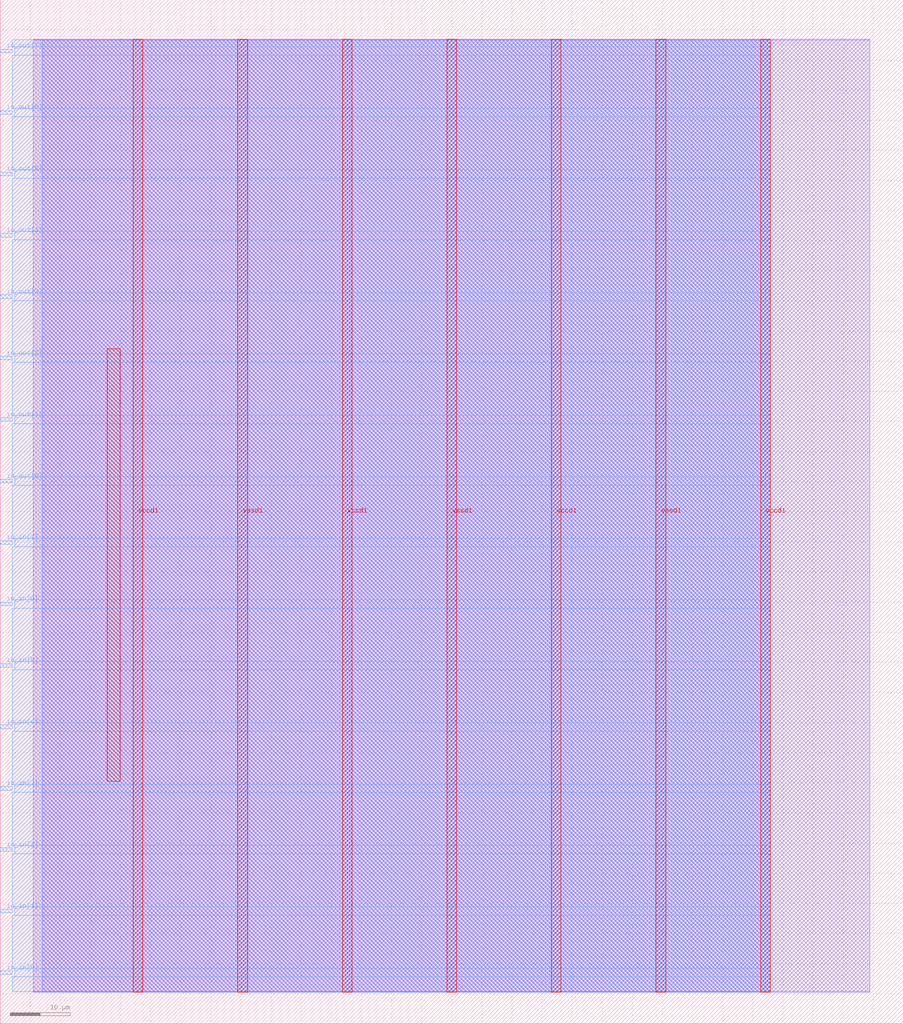
<source format=lef>
VERSION 5.7 ;
  NOWIREEXTENSIONATPIN ON ;
  DIVIDERCHAR "/" ;
  BUSBITCHARS "[]" ;
MACRO chase_the_beat
  CLASS BLOCK ;
  FOREIGN chase_the_beat ;
  ORIGIN 0.000 0.000 ;
  SIZE 150.000 BY 170.000 ;
  PIN io_in[0]
    DIRECTION INPUT ;
    USE SIGNAL ;
    PORT
      LAYER met3 ;
        RECT 0.000 8.200 2.000 8.800 ;
    END
  END io_in[0]
  PIN io_in[1]
    DIRECTION INPUT ;
    USE SIGNAL ;
    PORT
      LAYER met3 ;
        RECT 0.000 18.400 2.000 19.000 ;
    END
  END io_in[1]
  PIN io_in[2]
    DIRECTION INPUT ;
    USE SIGNAL ;
    PORT
      LAYER met3 ;
        RECT 0.000 28.600 2.000 29.200 ;
    END
  END io_in[2]
  PIN io_in[3]
    DIRECTION INPUT ;
    USE SIGNAL ;
    PORT
      LAYER met3 ;
        RECT 0.000 38.800 2.000 39.400 ;
    END
  END io_in[3]
  PIN io_in[4]
    DIRECTION INPUT ;
    USE SIGNAL ;
    PORT
      LAYER met3 ;
        RECT 0.000 49.000 2.000 49.600 ;
    END
  END io_in[4]
  PIN io_in[5]
    DIRECTION INPUT ;
    USE SIGNAL ;
    PORT
      LAYER met3 ;
        RECT 0.000 59.200 2.000 59.800 ;
    END
  END io_in[5]
  PIN io_in[6]
    DIRECTION INPUT ;
    USE SIGNAL ;
    PORT
      LAYER met3 ;
        RECT 0.000 69.400 2.000 70.000 ;
    END
  END io_in[6]
  PIN io_in[7]
    DIRECTION INPUT ;
    USE SIGNAL ;
    PORT
      LAYER met3 ;
        RECT 0.000 79.600 2.000 80.200 ;
    END
  END io_in[7]
  PIN io_out[0]
    DIRECTION OUTPUT TRISTATE ;
    USE SIGNAL ;
    PORT
      LAYER met3 ;
        RECT 0.000 89.800 2.000 90.400 ;
    END
  END io_out[0]
  PIN io_out[1]
    DIRECTION OUTPUT TRISTATE ;
    USE SIGNAL ;
    PORT
      LAYER met3 ;
        RECT 0.000 100.000 2.000 100.600 ;
    END
  END io_out[1]
  PIN io_out[2]
    DIRECTION OUTPUT TRISTATE ;
    USE SIGNAL ;
    PORT
      LAYER met3 ;
        RECT 0.000 110.200 2.000 110.800 ;
    END
  END io_out[2]
  PIN io_out[3]
    DIRECTION OUTPUT TRISTATE ;
    USE SIGNAL ;
    PORT
      LAYER met3 ;
        RECT 0.000 120.400 2.000 121.000 ;
    END
  END io_out[3]
  PIN io_out[4]
    DIRECTION OUTPUT TRISTATE ;
    USE SIGNAL ;
    PORT
      LAYER met3 ;
        RECT 0.000 130.600 2.000 131.200 ;
    END
  END io_out[4]
  PIN io_out[5]
    DIRECTION OUTPUT TRISTATE ;
    USE SIGNAL ;
    PORT
      LAYER met3 ;
        RECT 0.000 140.800 2.000 141.400 ;
    END
  END io_out[5]
  PIN io_out[6]
    DIRECTION OUTPUT TRISTATE ;
    USE SIGNAL ;
    PORT
      LAYER met3 ;
        RECT 0.000 151.000 2.000 151.600 ;
    END
  END io_out[6]
  PIN io_out[7]
    DIRECTION OUTPUT TRISTATE ;
    USE SIGNAL ;
    PORT
      LAYER met3 ;
        RECT 0.000 161.200 2.000 161.800 ;
    END
  END io_out[7]
  PIN vccd1
    DIRECTION INOUT ;
    USE POWER ;
    PORT
      LAYER met4 ;
        RECT 22.090 5.200 23.690 163.440 ;
    END
    PORT
      LAYER met4 ;
        RECT 56.830 5.200 58.430 163.440 ;
    END
    PORT
      LAYER met4 ;
        RECT 91.570 5.200 93.170 163.440 ;
    END
    PORT
      LAYER met4 ;
        RECT 126.310 5.200 127.910 163.440 ;
    END
  END vccd1
  PIN vssd1
    DIRECTION INOUT ;
    USE GROUND ;
    PORT
      LAYER met4 ;
        RECT 39.460 5.200 41.060 163.440 ;
    END
    PORT
      LAYER met4 ;
        RECT 74.200 5.200 75.800 163.440 ;
    END
    PORT
      LAYER met4 ;
        RECT 108.940 5.200 110.540 163.440 ;
    END
  END vssd1
  OBS
      LAYER li1 ;
        RECT 5.520 5.355 144.440 163.285 ;
      LAYER met1 ;
        RECT 5.520 5.200 144.440 163.440 ;
      LAYER met2 ;
        RECT 6.990 5.255 127.880 163.385 ;
      LAYER met3 ;
        RECT 2.000 162.200 127.900 163.365 ;
        RECT 2.400 160.800 127.900 162.200 ;
        RECT 2.000 152.000 127.900 160.800 ;
        RECT 2.400 150.600 127.900 152.000 ;
        RECT 2.000 141.800 127.900 150.600 ;
        RECT 2.400 140.400 127.900 141.800 ;
        RECT 2.000 131.600 127.900 140.400 ;
        RECT 2.400 130.200 127.900 131.600 ;
        RECT 2.000 121.400 127.900 130.200 ;
        RECT 2.400 120.000 127.900 121.400 ;
        RECT 2.000 111.200 127.900 120.000 ;
        RECT 2.400 109.800 127.900 111.200 ;
        RECT 2.000 101.000 127.900 109.800 ;
        RECT 2.400 99.600 127.900 101.000 ;
        RECT 2.000 90.800 127.900 99.600 ;
        RECT 2.400 89.400 127.900 90.800 ;
        RECT 2.000 80.600 127.900 89.400 ;
        RECT 2.400 79.200 127.900 80.600 ;
        RECT 2.000 70.400 127.900 79.200 ;
        RECT 2.400 69.000 127.900 70.400 ;
        RECT 2.000 60.200 127.900 69.000 ;
        RECT 2.400 58.800 127.900 60.200 ;
        RECT 2.000 50.000 127.900 58.800 ;
        RECT 2.400 48.600 127.900 50.000 ;
        RECT 2.000 39.800 127.900 48.600 ;
        RECT 2.400 38.400 127.900 39.800 ;
        RECT 2.000 29.600 127.900 38.400 ;
        RECT 2.400 28.200 127.900 29.600 ;
        RECT 2.000 19.400 127.900 28.200 ;
        RECT 2.400 18.000 127.900 19.400 ;
        RECT 2.000 9.200 127.900 18.000 ;
        RECT 2.400 7.800 127.900 9.200 ;
        RECT 2.000 5.275 127.900 7.800 ;
      LAYER met4 ;
        RECT 17.775 40.295 19.945 112.025 ;
  END
END chase_the_beat
END LIBRARY


</source>
